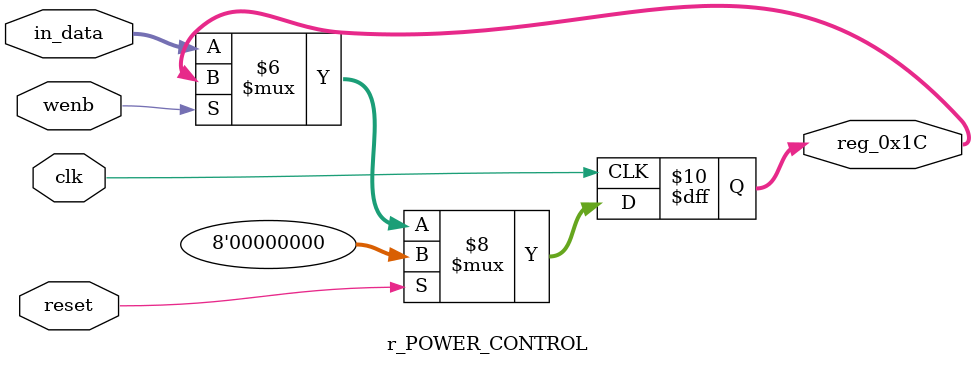
<source format=v>
module r_POWER_CONTROL(output reg [7:0] reg_0x1C, input wire reset, input wire wenb, input wire [7:0] in_data, input wire clk);
	always@(posedge clk)
	begin
		if(reset==0) begin
			if(wenb==0)
				reg_0x1C<=in_data;
			else
				reg_0x1C<=reg_0x1C;
		end
		else
			reg_0x1C<=8'h00;
	end
endmodule
</source>
